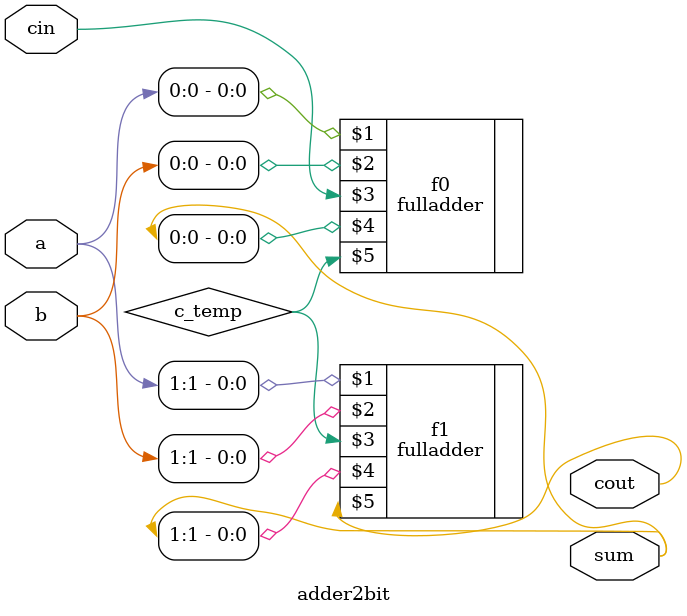
<source format=v>
`timescale 1ns / 1ps

module adder2bit(
	input [1:0]a,
	input [1:0]b,
	input cin,
	output [1:0]sum,
	output cout
    );

	wire c_temp;
	
	fulladder f0(a[0], b[0], cin, sum[0], c_temp);
	fulladder f1(a[1], b[1], c_temp, sum[1], cout);
	

endmodule

</source>
